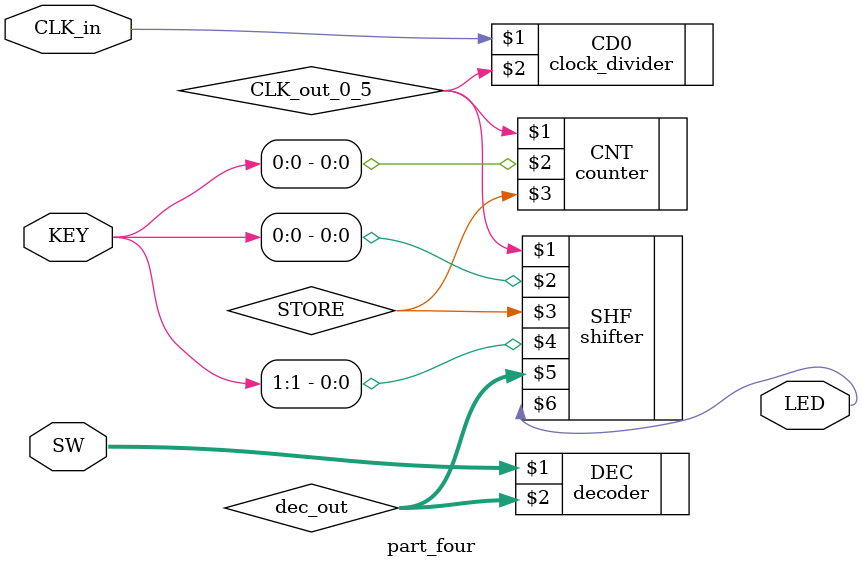
<source format=v>
`timescale 1ns / 1ps


module part_four(
    input       CLK_in,
    input [1:0] KEY,
    input [2:0] SW,
    output      LED
);

    wire        CLK_out_0_5;
    wire [10:0] dec_out;
    wire        STORE;

clock_divider CD0(CLK_in, CLK_out_0_5);


shifter       SHF(CLK_out_0_5, KEY[0], STORE, KEY[1], dec_out, LED);
decoder       DEC(SW, dec_out);
counter       CNT(CLK_out_0_5, KEY[0], STORE);

endmodule
</source>
